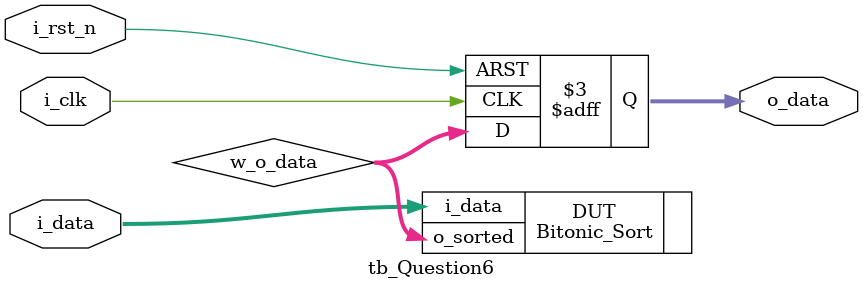
<source format=sv>
`timescale 1ns/1ps

module tb_Question6 #(
    parameter IS_ASC    = 0,      // 1 = Ascending, 0 = Descending
    parameter NUM_ELEM  = 8,
    parameter SIZE_DATA = 8 
)(
    input logic                             i_clk       ,
    input logic                             i_rst_n     ,
    input logic [(SIZE_DATA*NUM_ELEM)-1:0]  i_data      ,
    output logic [(SIZE_DATA*NUM_ELEM)-1:0] o_data       
);

    logic [(SIZE_DATA*NUM_ELEM)-1:0] w_o_data;
    always_ff @( posedge i_clk or negedge i_rst_n ) begin : proc_output_logic
        if(~i_rst_n) 
            o_data    <= '0;
        else 
            o_data    <= w_o_data;
    end
    //================================================================
    // DUT Instance
    //================================================================
    Bitonic_Sort #(
        .IS_ASC    (IS_ASC),
        .NUM_ELEM  (NUM_ELEM),
        .SIZE_DATA (SIZE_DATA)
    ) DUT (
        .i_data    (i_data),
        .o_sorted  (w_o_data)
    );
endmodule

</source>
